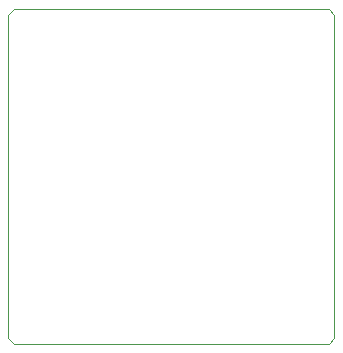
<source format=gbr>
%TF.GenerationSoftware,KiCad,Pcbnew,8.0.4*%
%TF.CreationDate,2024-10-02T17:37:58-07:00*%
%TF.ProjectId,SYZYGY-RGMII-tester,53595a59-4759-42d5-9247-4d49492d7465,rev?*%
%TF.SameCoordinates,Original*%
%TF.FileFunction,Profile,NP*%
%FSLAX46Y46*%
G04 Gerber Fmt 4.6, Leading zero omitted, Abs format (unit mm)*
G04 Created by KiCad (PCBNEW 8.0.4) date 2024-10-02 17:37:58*
%MOMM*%
%LPD*%
G01*
G04 APERTURE LIST*
%TA.AperFunction,Profile*%
%ADD10C,0.050000*%
%TD*%
G04 APERTURE END LIST*
D10*
X130900000Y-100400000D02*
X131400000Y-99900000D01*
X130900000Y-100400000D02*
X104300000Y-100400000D01*
X103800000Y-72500000D02*
X104300000Y-72000000D01*
X130900000Y-72000000D02*
X131400000Y-72500000D01*
X131400000Y-72500000D02*
X131400000Y-99900000D01*
X104300000Y-72000000D02*
X130900000Y-72000000D01*
X103800000Y-72500000D02*
X103800000Y-99900000D01*
X104300000Y-100400000D02*
X103800000Y-99900000D01*
M02*

</source>
